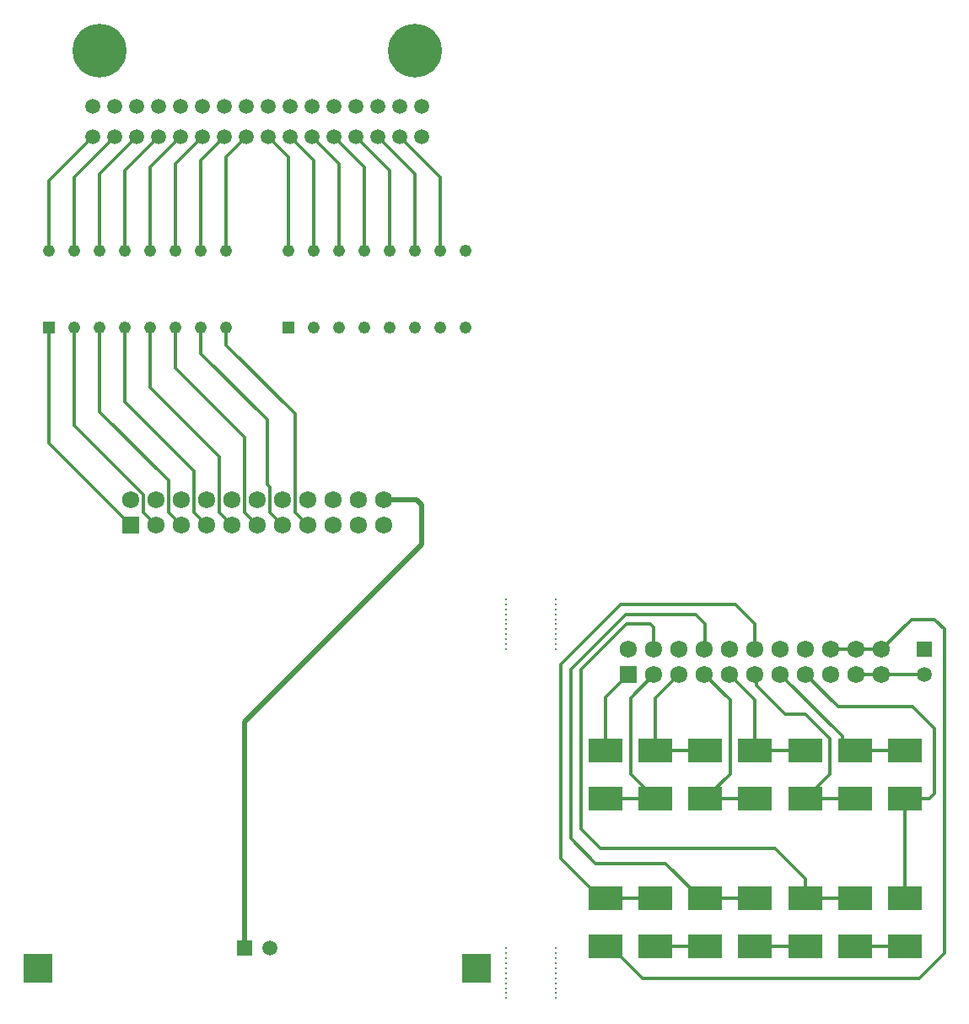
<source format=gtl>
G04*
G04 #@! TF.GenerationSoftware,Altium Limited,Altium Designer,24.1.2 (44)*
G04*
G04 Layer_Physical_Order=1*
G04 Layer_Color=255*
%FSLAX25Y25*%
%MOIN*%
G70*
G04*
G04 #@! TF.SameCoordinates,470A4D24-D506-40DE-B28D-38AA9C1F057A*
G04*
G04*
G04 #@! TF.FilePolarity,Positive*
G04*
G01*
G75*
%ADD13R,0.13386X0.09449*%
%ADD24C,0.01181*%
%ADD25C,0.01968*%
%ADD26C,0.01181*%
%ADD27R,0.06791X0.06791*%
%ADD28C,0.06791*%
%ADD29R,0.11811X0.11811*%
%ADD30R,0.05906X0.05906*%
%ADD31C,0.05906*%
%ADD32R,0.04842X0.04842*%
%ADD33C,0.04842*%
%ADD34C,0.21260*%
%ADD35R,0.05906X0.05906*%
%ADD36C,0.01968*%
D13*
X236221Y97638D02*
D03*
Y78740D02*
D03*
X255906Y97638D02*
D03*
Y78740D02*
D03*
X275590Y97638D02*
D03*
Y78740D02*
D03*
X295276Y97638D02*
D03*
Y78740D02*
D03*
X314961Y97638D02*
D03*
Y78740D02*
D03*
X334646Y97638D02*
D03*
Y78740D02*
D03*
X354331Y97638D02*
D03*
Y78740D02*
D03*
X354331Y20472D02*
D03*
Y39370D02*
D03*
X334646Y20472D02*
D03*
Y39370D02*
D03*
X314961Y20472D02*
D03*
Y39370D02*
D03*
X295276Y20472D02*
D03*
Y39370D02*
D03*
X275590Y20472D02*
D03*
Y39370D02*
D03*
X255906Y20472D02*
D03*
Y39370D02*
D03*
X236221Y20472D02*
D03*
Y39370D02*
D03*
D24*
X196850Y157480D02*
D03*
Y155512D02*
D03*
Y153543D02*
D03*
Y151575D02*
D03*
Y149606D02*
D03*
Y147638D02*
D03*
Y145669D02*
D03*
Y143701D02*
D03*
Y141732D02*
D03*
Y139764D02*
D03*
Y137795D02*
D03*
X216535D02*
D03*
Y139764D02*
D03*
Y141732D02*
D03*
Y143701D02*
D03*
Y145669D02*
D03*
D03*
Y147638D02*
D03*
Y149606D02*
D03*
Y151575D02*
D03*
Y153543D02*
D03*
Y155512D02*
D03*
Y157480D02*
D03*
Y1969D02*
D03*
Y0D02*
D03*
Y3937D02*
D03*
Y5906D02*
D03*
Y7874D02*
D03*
Y9843D02*
D03*
Y11811D02*
D03*
Y13780D02*
D03*
Y15748D02*
D03*
Y17717D02*
D03*
Y19685D02*
D03*
X196850D02*
D03*
Y17717D02*
D03*
Y15748D02*
D03*
Y13780D02*
D03*
Y11811D02*
D03*
Y9843D02*
D03*
Y7874D02*
D03*
Y5906D02*
D03*
Y1969D02*
D03*
Y3937D02*
D03*
Y0D02*
D03*
D25*
X163386Y179134D02*
Y194882D01*
X93307Y109055D02*
X163386Y179134D01*
X161417Y196850D02*
X163386Y194882D01*
X148425Y196850D02*
X161417D01*
X93307Y19685D02*
Y109055D01*
D26*
X170669Y295276D02*
Y324213D01*
X154724Y340158D02*
X170669Y324213D01*
X146063Y340158D02*
X160669Y325551D01*
Y295276D02*
Y325551D01*
X150669Y295276D02*
Y326890D01*
X137402Y340158D02*
X150669Y326890D01*
X140669Y295276D02*
Y328228D01*
X128740Y340158D02*
X140669Y328228D01*
X120079Y340158D02*
X130669Y329567D01*
Y295276D02*
Y329567D01*
X120669Y295276D02*
Y330906D01*
X111417Y340158D02*
X120669Y330906D01*
X110669Y295276D02*
Y332244D01*
X102756Y340158D02*
X110669Y332244D01*
X86181Y332244D02*
X94095Y340158D01*
X86181Y295276D02*
Y332244D01*
X76181Y330906D02*
X85433Y340158D01*
X76181Y295276D02*
Y330906D01*
X66181Y295276D02*
Y329567D01*
X76772Y340158D01*
X56181Y328228D02*
X68110Y340158D01*
X56181Y295276D02*
Y328228D01*
X46181Y326890D02*
X59449Y340158D01*
X46181Y295276D02*
Y326890D01*
X36181Y295276D02*
Y325551D01*
X50787Y340158D01*
X26181Y295276D02*
Y324213D01*
X42126Y340158D01*
X16181Y322874D02*
X33465Y340158D01*
X16181Y295276D02*
Y322874D01*
X102362Y202756D02*
Y228346D01*
X76181Y254528D02*
Y264764D01*
Y254528D02*
X102362Y228346D01*
X66181Y248780D02*
Y264764D01*
X93411Y191864D02*
Y221549D01*
X66181Y248780D02*
X93411Y221549D01*
X56181Y241063D02*
X83439Y213805D01*
Y191837D02*
Y213805D01*
X56181Y241063D02*
Y264764D01*
X46181Y235315D02*
Y264764D01*
X73411Y191864D02*
Y208085D01*
X46181Y235315D02*
X73411Y208085D01*
X113411Y191864D02*
X118425Y186850D01*
X113411Y191864D02*
Y230618D01*
X86181Y257848D02*
X113411Y230618D01*
X86181Y257848D02*
Y264764D01*
X102362Y202756D02*
X103439Y201679D01*
Y191837D02*
Y201679D01*
Y191837D02*
X108425Y186850D01*
X93411Y191864D02*
X98425Y186850D01*
X83439Y191837D02*
X88425Y186850D01*
X73411Y191864D02*
X78425Y186850D01*
X36181Y231535D02*
Y264764D01*
Y231535D02*
X63439Y204278D01*
Y191837D02*
X68425Y186850D01*
X63439Y191837D02*
Y204278D01*
X53411Y191864D02*
X58425Y186850D01*
X26181Y226146D02*
X53411Y198916D01*
Y191864D02*
Y198916D01*
X26181Y226146D02*
Y264764D01*
X16181Y219094D02*
Y264764D01*
Y219094D02*
X48425Y186850D01*
X357087Y149606D02*
X366142D01*
X370079Y17717D02*
Y145669D01*
X366142Y149606D02*
X370079Y145669D01*
X360236Y7874D02*
X370079Y17717D01*
X345276Y137795D02*
X357087Y149606D01*
X238189Y20472D02*
X250787Y7874D01*
X360236D01*
X236221Y20472D02*
X238189D01*
X307087Y112205D02*
X314961D01*
X295276Y127795D02*
X295859Y127212D01*
Y123433D02*
Y127212D01*
Y123433D02*
X307087Y112205D01*
X314961D02*
X324803Y102362D01*
X314961Y78740D02*
X324803Y88583D01*
Y102362D01*
X329629Y101772D02*
X333763Y97638D01*
X305276Y127795D02*
X329629Y103442D01*
Y101772D02*
Y103442D01*
X333763Y97638D02*
X354331D01*
X275276Y127795D02*
X285433Y117638D01*
Y88583D02*
Y117638D01*
X275590Y78740D02*
X285433Y88583D01*
X246063Y118583D02*
X255276Y127795D01*
X246063Y88583D02*
Y118583D01*
Y88583D02*
X255906Y78740D01*
X357413Y115028D02*
X366142Y106299D01*
X364173Y78740D02*
X366142Y80709D01*
Y106299D01*
X335276Y137795D02*
X345276D01*
X325276D02*
X335276D01*
X345276Y127795D02*
X362205D01*
X335276D02*
X345276D01*
X226378Y66929D02*
X234252Y59055D01*
X226378Y129660D02*
X244356Y147638D01*
X226378Y66929D02*
Y129660D01*
X222441Y129921D02*
X244094Y151575D01*
X222441Y62992D02*
Y129921D01*
Y62992D02*
X232283Y53150D01*
X218520Y131905D02*
X242126Y155512D01*
X218520Y55102D02*
Y131905D01*
Y55102D02*
X234252Y39370D01*
X314961D02*
Y47244D01*
X303150Y59055D02*
X314961Y47244D01*
X234252Y59055D02*
X303150D01*
X244356Y147638D02*
X253937D01*
X255276Y137795D02*
Y146299D01*
X253937Y147638D02*
X255276Y146299D01*
X275590Y138110D02*
Y147638D01*
X275276Y137795D02*
X275590Y138110D01*
X271654Y151575D02*
X275590Y147638D01*
X244094Y151575D02*
X271654D01*
X232283Y53150D02*
X259842D01*
X273622Y39370D02*
X275590D01*
X259842Y53150D02*
X273622Y39370D01*
X295276Y137795D02*
Y147638D01*
X287402Y155512D02*
X295276Y147638D01*
X242126Y155512D02*
X287402D01*
X234252Y39370D02*
X236221D01*
X328043Y115028D02*
X357413D01*
X354331Y78740D02*
X364173D01*
X315276Y127795D02*
X328043Y115028D01*
X285276Y127795D02*
X295276Y117795D01*
Y97638D02*
Y117795D01*
X255906Y118425D02*
X265276Y127795D01*
X255906Y97638D02*
Y118425D01*
X236221Y118740D02*
X245276Y127795D01*
X236221Y97638D02*
Y118740D01*
X354331Y39370D02*
X354331Y39370D01*
X354331Y39370D02*
Y78740D01*
X314961D02*
X334646D01*
X295276Y97638D02*
X314961D01*
X275590Y78740D02*
X295276D01*
X255906Y97638D02*
X275590D01*
X236221Y78740D02*
X255906D01*
X255906Y20472D02*
X275590D01*
X236221Y39370D02*
X255906D01*
X275590D02*
X295276D01*
Y20472D02*
X314961D01*
Y39370D02*
X334646D01*
Y20472D02*
X354331D01*
D27*
X245276Y127795D02*
D03*
X48425Y186850D02*
D03*
D28*
X255276Y127795D02*
D03*
X265276D02*
D03*
X275276D02*
D03*
X285276D02*
D03*
X295276D02*
D03*
X305276D02*
D03*
X315276D02*
D03*
X325276D02*
D03*
X335276D02*
D03*
X345276D02*
D03*
X245276Y137795D02*
D03*
X255276D02*
D03*
X265276D02*
D03*
X275276D02*
D03*
X285276D02*
D03*
X295276D02*
D03*
X305276D02*
D03*
X315276D02*
D03*
X325276D02*
D03*
X335276D02*
D03*
X345276D02*
D03*
X58425Y186850D02*
D03*
X68425D02*
D03*
X78425D02*
D03*
X88425D02*
D03*
X98425D02*
D03*
X108425D02*
D03*
X118425D02*
D03*
X128425D02*
D03*
X138425D02*
D03*
X148425D02*
D03*
X48425Y196850D02*
D03*
X58425D02*
D03*
X68425D02*
D03*
X78425D02*
D03*
X88425D02*
D03*
X98425D02*
D03*
X108425D02*
D03*
X118425D02*
D03*
X128425D02*
D03*
X138425D02*
D03*
X148425D02*
D03*
D29*
X185039Y11811D02*
D03*
X11811D02*
D03*
D30*
X93307Y19685D02*
D03*
D31*
X103307D02*
D03*
X163386Y351969D02*
D03*
X154724D02*
D03*
X146063D02*
D03*
X137402D02*
D03*
X128740D02*
D03*
X120079D02*
D03*
X111417D02*
D03*
X102756D02*
D03*
X94095D02*
D03*
X85433D02*
D03*
X76772D02*
D03*
X68110D02*
D03*
X59449D02*
D03*
X50787D02*
D03*
X42126D02*
D03*
X33465D02*
D03*
X163386Y340158D02*
D03*
X154724D02*
D03*
X146063D02*
D03*
X137402D02*
D03*
X128740D02*
D03*
X120079D02*
D03*
X111417D02*
D03*
X102756D02*
D03*
X94095D02*
D03*
X85433D02*
D03*
X76772D02*
D03*
X68110D02*
D03*
X59449D02*
D03*
X50787D02*
D03*
X42126D02*
D03*
X33465D02*
D03*
X362205Y127795D02*
D03*
D32*
X16181Y264764D02*
D03*
X110669D02*
D03*
D33*
X26181D02*
D03*
X36181D02*
D03*
X46181D02*
D03*
X56181D02*
D03*
X66181D02*
D03*
X76181D02*
D03*
X86181D02*
D03*
Y295276D02*
D03*
X76181D02*
D03*
X66181D02*
D03*
X56181D02*
D03*
X46181D02*
D03*
X36181D02*
D03*
X26181D02*
D03*
X16181D02*
D03*
X120669Y264764D02*
D03*
X130669D02*
D03*
X140669D02*
D03*
X150669D02*
D03*
X160669D02*
D03*
X170669D02*
D03*
X180669D02*
D03*
Y295276D02*
D03*
X170669D02*
D03*
X160669D02*
D03*
X150669D02*
D03*
X140669D02*
D03*
X130669D02*
D03*
X120669D02*
D03*
X110669D02*
D03*
D34*
X160630Y374016D02*
D03*
X36220D02*
D03*
D35*
X362205Y137795D02*
D03*
D36*
X255906Y20472D02*
D03*
X295276D02*
D03*
X334646D02*
D03*
M02*

</source>
